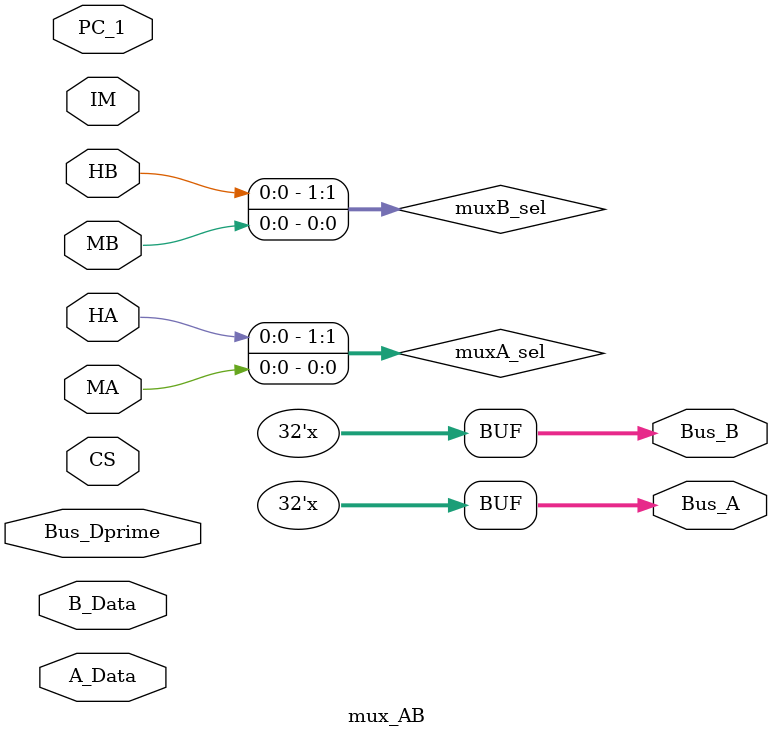
<source format=v>
`timescale 1ns / 1ps

module mux_AB(
    input [14:0] IM,
    input CS,
    input [31:0] Bus_Dprime,
    input [7:0] PC_1,
    input [31:0] A_Data,
    input [31:0] B_Data,
    input MB,
    input MA,
    input HA,
    input HB,
    output reg [31:0] Bus_A,Bus_B //outputs
    );
    reg [1:0] muxA_sel,muxB_sel;
    initial begin
        {Bus_A,Bus_B,muxA_sel,muxB_sel}<=0;
    end
    always @(*) 
        begin
            muxA_sel <= {HA,MA};
            muxB_sel <= {HB,MB};  
            case(muxA_sel)
                2'b00:     Bus_A <= A_Data;
                2'b01:     Bus_A <= {24'b0,PC_1};
                2'b10:     Bus_A <= Bus_Dprime;
                default:   Bus_A <= 32'bx;
            endcase
            case(muxB_sel)
                2'b00:     Bus_B <= B_Data;
                2'b01:     Bus_B <= CS ? {{17{IM[14]}},IM} :{17'b0,IM};
                2'b10:     Bus_B <= Bus_Dprime;
                default:  Bus_B <= 32'bx;
            endcase
        end  
endmodule

</source>
